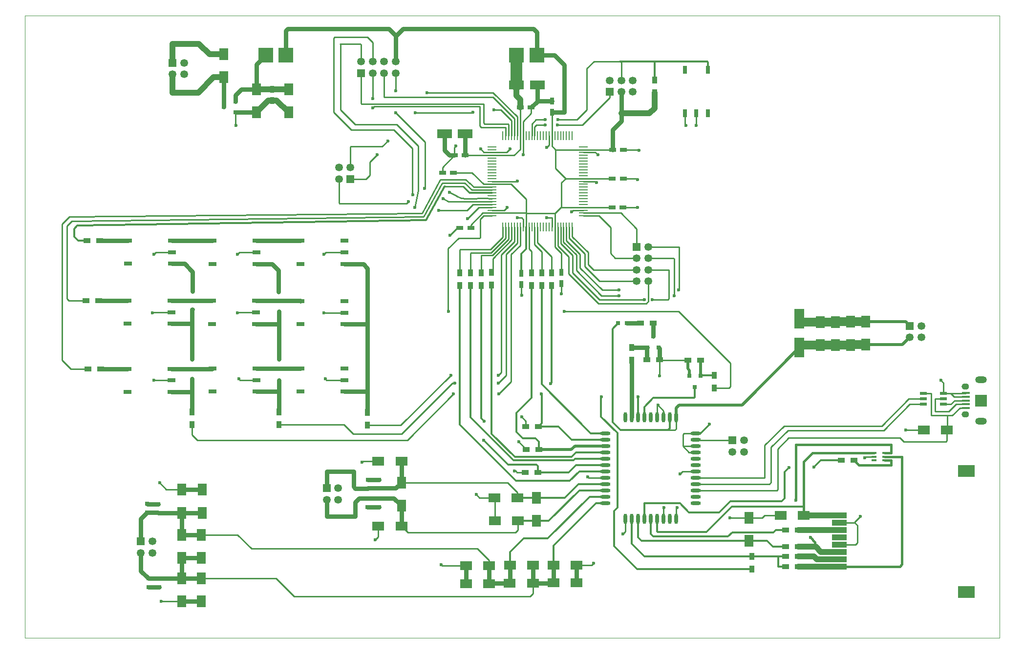
<source format=gbr>
%TF.GenerationSoftware,KiCad,Pcbnew,4.0.2+dfsg1-stable*%
%TF.CreationDate,2018-10-18T10:35:51+03:00*%
%TF.ProjectId,xmobile,786D6F62696C652E6B696361645F7063,rev?*%
%TF.FileFunction,Copper,L1,Top,Signal*%
%FSLAX46Y46*%
G04 Gerber Fmt 4.6, Leading zero omitted, Abs format (unit mm)*
G04 Created by KiCad (PCBNEW 4.0.2+dfsg1-stable) date Чт 18 окт 2018 10:35:51*
%MOMM*%
G01*
G04 APERTURE LIST*
%ADD10C,0.150000*%
%ADD11C,0.100000*%
%ADD12R,2.000000X1.600000*%
%ADD13R,1.600000X2.000000*%
%ADD14R,1.350000X1.350000*%
%ADD15C,1.350000*%
%ADD16R,0.797560X0.797560*%
%ADD17R,0.850000X0.400000*%
%ADD18R,1.800860X3.500120*%
%ADD19R,2.500000X2.500000*%
%ADD20O,2.000000X1.200000*%
%ADD21R,2.000000X2.000000*%
%ADD22R,1.350000X0.400000*%
%ADD23O,1.300000X1.100000*%
%ADD24R,0.800100X0.800100*%
%ADD25R,0.900000X1.200000*%
%ADD26R,1.200000X0.900000*%
%ADD27R,1.250000X0.600000*%
%ADD28O,0.600000X1.800000*%
%ADD29O,1.800000X0.600000*%
%ADD30R,2.500000X1.000000*%
%ADD31R,3.000000X2.000000*%
%ADD32R,0.700000X1.400000*%
%ADD33R,1.400000X0.700000*%
%ADD34R,0.750000X1.200000*%
%ADD35R,2.600960X1.600200*%
%ADD36R,1.500000X0.280000*%
%ADD37R,0.280000X1.500000*%
%ADD38R,1.200000X0.750000*%
%ADD39C,0.600000*%
%ADD40C,0.250000*%
%ADD41C,1.000000*%
%ADD42C,0.500000*%
%ADD43C,1.500000*%
%ADD44C,0.750000*%
%ADD45C,0.300000*%
%ADD46C,0.400000*%
%ADD47C,2.000000*%
G04 APERTURE END LIST*
D10*
D11*
X184150000Y-121920000D02*
X15240000Y-121920000D01*
X184150000Y-13970000D02*
X184150000Y-121920000D01*
X182880000Y-13970000D02*
X184150000Y-13970000D01*
X15240000Y-13970000D02*
X182880000Y-13970000D01*
X15240000Y-121920000D02*
X15240000Y-13970000D01*
D12*
X175050000Y-85800000D03*
X171050000Y-85800000D03*
X91700000Y-112475000D03*
X95700000Y-112475000D03*
X99300000Y-112400000D03*
X103300000Y-112400000D03*
X106875000Y-112350000D03*
X110875000Y-112350000D03*
X91700000Y-109375000D03*
X95700000Y-109375000D03*
X99375000Y-109300000D03*
X103375000Y-109300000D03*
X106875000Y-109275000D03*
X110875000Y-109275000D03*
X96625000Y-97575000D03*
X100625000Y-97575000D03*
D13*
X103925000Y-97575000D03*
X103925000Y-101575000D03*
D12*
X100725000Y-101575000D03*
X96725000Y-101575000D03*
D13*
X45975000Y-96175000D03*
X45975000Y-100175000D03*
X45875000Y-103975000D03*
X45875000Y-107975000D03*
X45875000Y-111525000D03*
X45875000Y-115525000D03*
D12*
X76525000Y-91225000D03*
X80525000Y-91225000D03*
D13*
X80525000Y-94975000D03*
X80525000Y-98975000D03*
D12*
X80525000Y-102475000D03*
X76525000Y-102475000D03*
D13*
X42425000Y-96175000D03*
X42425000Y-100175000D03*
X42475000Y-103975000D03*
X42475000Y-107975000D03*
X42475000Y-111525000D03*
X42475000Y-115525000D03*
X140740000Y-105052000D03*
X140740000Y-101052000D03*
D12*
X150250000Y-100600000D03*
X146250000Y-100600000D03*
D13*
X49775000Y-20625000D03*
X49775000Y-24625000D03*
X153100000Y-67075000D03*
X153100000Y-71075000D03*
X155775000Y-67075000D03*
X155775000Y-71075000D03*
X161020000Y-67005000D03*
X161020000Y-71005000D03*
X158400000Y-67050000D03*
X158400000Y-71050000D03*
X55375000Y-30725000D03*
X55375000Y-26725000D03*
X61025000Y-30725000D03*
X61025000Y-26725000D03*
D14*
X116625000Y-27150000D03*
D15*
X118625000Y-27150000D03*
X120625000Y-27150000D03*
X116625000Y-25150000D03*
X118625000Y-25150000D03*
X120625000Y-25150000D03*
D16*
X119574300Y-67300000D03*
X118075700Y-67300000D03*
X76625000Y-94425700D03*
X76625000Y-95924300D03*
X76625000Y-97675700D03*
X76625000Y-99174300D03*
X38375000Y-98675700D03*
X38375000Y-100174300D03*
X38525000Y-111575700D03*
X38525000Y-113074300D03*
X74715000Y-95934300D03*
X74715000Y-94435700D03*
X74675000Y-99174300D03*
X74675000Y-97675700D03*
X36465000Y-100134300D03*
X36465000Y-98635700D03*
X36665000Y-113074300D03*
X36665000Y-111575700D03*
D17*
X162425000Y-89775000D03*
X162425000Y-90425000D03*
X162425000Y-91075000D03*
X164275000Y-91075000D03*
X164275000Y-90425000D03*
X164275000Y-89775000D03*
D18*
X149475000Y-66525640D03*
X149475000Y-71524360D03*
D19*
X100475000Y-20775000D03*
X103975000Y-20775000D03*
X60525000Y-20775000D03*
X57025000Y-20775000D03*
D20*
X181012000Y-84269000D03*
D21*
X181012000Y-80694000D03*
D20*
X181012000Y-77119000D03*
D22*
X178337000Y-81994000D03*
X178337000Y-81344000D03*
X178337000Y-80694000D03*
X178337000Y-80044000D03*
X178337000Y-79394000D03*
D23*
X178262000Y-83119000D03*
X178262000Y-78269000D03*
D14*
X73525000Y-23925000D03*
D15*
X75525000Y-23925000D03*
X77525000Y-23925000D03*
X79525000Y-23925000D03*
X73525000Y-21925000D03*
X75525000Y-21925000D03*
X77525000Y-21925000D03*
X79525000Y-21925000D03*
D24*
X132345000Y-76384240D03*
X130445000Y-76384240D03*
X131395000Y-78383220D03*
X123185000Y-71515760D03*
X125085000Y-71515760D03*
X124135000Y-69516780D03*
D25*
X134750000Y-76350000D03*
X134750000Y-78550000D03*
D26*
X130150000Y-73725000D03*
X132350000Y-73725000D03*
D25*
X120475000Y-71500000D03*
X120475000Y-73700000D03*
D26*
X123050000Y-73625000D03*
X125250000Y-73625000D03*
X121950000Y-67300000D03*
X124150000Y-67300000D03*
D25*
X124450000Y-25125000D03*
X124450000Y-27325000D03*
X104825000Y-58575000D03*
X104825000Y-60775000D03*
X92500000Y-58525000D03*
X92500000Y-60725000D03*
X90650000Y-58525000D03*
X90650000Y-60725000D03*
D26*
X102075000Y-85200000D03*
X104275000Y-85200000D03*
X102125000Y-89225000D03*
X104325000Y-89225000D03*
X104175000Y-93175000D03*
X101975000Y-93175000D03*
D25*
X106575000Y-58550000D03*
X106575000Y-60750000D03*
X103050000Y-58575000D03*
X103050000Y-60775000D03*
X94375000Y-58525000D03*
X94375000Y-60725000D03*
X96175000Y-58500000D03*
X96175000Y-60700000D03*
X141300000Y-107750000D03*
X141300000Y-109950000D03*
D26*
X149350000Y-106075000D03*
X147150000Y-106075000D03*
X158950000Y-91075000D03*
X156750000Y-91075000D03*
X149325000Y-103125000D03*
X147125000Y-103125000D03*
X28275000Y-52950000D03*
X26075000Y-52950000D03*
X28050000Y-63350000D03*
X25850000Y-63350000D03*
X28375000Y-75200000D03*
X26175000Y-75200000D03*
D25*
X44275000Y-84900000D03*
X44275000Y-82700000D03*
X59300000Y-84900000D03*
X59300000Y-82700000D03*
X74675000Y-84975000D03*
X74675000Y-82775000D03*
D26*
X149350000Y-109475000D03*
X147150000Y-109475000D03*
X149325000Y-107775000D03*
X147125000Y-107775000D03*
D27*
X174450000Y-79450000D03*
X174450000Y-80400000D03*
X174450000Y-81350000D03*
X170950000Y-81350000D03*
X170950000Y-80400000D03*
X170950000Y-79450000D03*
D28*
X123710000Y-83570000D03*
X124820000Y-83620000D03*
X125920000Y-83620000D03*
X127020000Y-83620000D03*
X128120000Y-83620000D03*
X122620000Y-83620000D03*
X121520000Y-83620000D03*
X120420000Y-83620000D03*
X119320000Y-83620000D03*
D29*
X115870000Y-86370000D03*
X115870000Y-87470000D03*
X115870000Y-88570000D03*
X115870000Y-89670000D03*
X115870000Y-90770000D03*
X115870000Y-91870000D03*
X115870000Y-92970000D03*
X115870000Y-94070000D03*
X115870000Y-95170000D03*
X115870000Y-96270000D03*
X115870000Y-97370000D03*
X115870000Y-98470000D03*
D28*
X119320000Y-101220000D03*
X120420000Y-101220000D03*
X121520000Y-101220000D03*
X122620000Y-101220000D03*
X123720000Y-101220000D03*
X124820000Y-101220000D03*
X125920000Y-101220000D03*
X127020000Y-101220000D03*
X128120000Y-101220000D03*
D29*
X131570000Y-98470000D03*
X131570000Y-97370000D03*
X131570000Y-96270000D03*
X131570000Y-95170000D03*
X131570000Y-94070000D03*
X131570000Y-92970000D03*
X131570000Y-91870000D03*
X131570000Y-90770000D03*
X131570000Y-89670000D03*
X131570000Y-88570000D03*
X131570000Y-87470000D03*
X131570000Y-86370000D03*
D30*
X156450000Y-100590000D03*
X156450000Y-101860000D03*
X156450000Y-103130000D03*
X156450000Y-104400000D03*
X156450000Y-105670000D03*
X156450000Y-106940000D03*
X156450000Y-108210000D03*
X156450000Y-109480000D03*
D31*
X178420000Y-92900000D03*
X178420000Y-113900000D03*
D24*
X51775760Y-30725000D03*
X51775760Y-28825000D03*
X49776780Y-29775000D03*
D32*
X133650000Y-30900000D03*
X133650000Y-23300000D03*
X129650000Y-23300000D03*
X129650000Y-30900000D03*
X131650000Y-30900000D03*
D33*
X40750000Y-52975000D03*
X33150000Y-52975000D03*
X33150000Y-56975000D03*
X40750000Y-56975000D03*
X40750000Y-54975000D03*
X40700000Y-63375000D03*
X33100000Y-63375000D03*
X33100000Y-67375000D03*
X40700000Y-67375000D03*
X40700000Y-65375000D03*
X40700000Y-75200000D03*
X33100000Y-75200000D03*
X33100000Y-79200000D03*
X40700000Y-79200000D03*
X40700000Y-77200000D03*
X55375000Y-53000000D03*
X47775000Y-53000000D03*
X47775000Y-57000000D03*
X55375000Y-57000000D03*
X55375000Y-55000000D03*
X55350000Y-63400000D03*
X47750000Y-63400000D03*
X47750000Y-67400000D03*
X55350000Y-67400000D03*
X55350000Y-65400000D03*
X55375000Y-75150000D03*
X47775000Y-75150000D03*
X47775000Y-79150000D03*
X55375000Y-79150000D03*
X55375000Y-77150000D03*
X70650000Y-53000000D03*
X63050000Y-53000000D03*
X63050000Y-57000000D03*
X70650000Y-57000000D03*
X70650000Y-55000000D03*
X70650000Y-63450000D03*
X63050000Y-63450000D03*
X63050000Y-67450000D03*
X70650000Y-67450000D03*
X70650000Y-65450000D03*
X70650000Y-75150000D03*
X63050000Y-75150000D03*
X63050000Y-79150000D03*
X70650000Y-79150000D03*
X70650000Y-77150000D03*
D14*
X71700000Y-42250000D03*
D15*
X71700000Y-40250000D03*
X69700000Y-42250000D03*
X69700000Y-40250000D03*
D34*
X106625000Y-28775000D03*
X106625000Y-30675000D03*
X58125000Y-28625000D03*
X58125000Y-26725000D03*
D35*
X100474140Y-25975000D03*
X104075860Y-25975000D03*
X91600860Y-34375000D03*
X87999140Y-34375000D03*
D14*
X121300000Y-54025000D03*
D15*
X121300000Y-56025000D03*
X121300000Y-58025000D03*
X121300000Y-60025000D03*
X123300000Y-54025000D03*
X123300000Y-56025000D03*
X123300000Y-58025000D03*
X123300000Y-60025000D03*
D36*
X96225000Y-36675000D03*
X96225000Y-37175000D03*
X96225000Y-37675000D03*
X96225000Y-38175000D03*
X96225000Y-38675000D03*
X96225000Y-39175000D03*
X96225000Y-39675000D03*
X96225000Y-40175000D03*
X96225000Y-40675000D03*
X96225000Y-41175000D03*
X96225000Y-41675000D03*
X96225000Y-42175000D03*
X96225000Y-42675000D03*
X96225000Y-43175000D03*
X96225000Y-43675000D03*
X96225000Y-44175000D03*
X96225000Y-44675000D03*
X96225000Y-45175000D03*
X96225000Y-45675000D03*
X96225000Y-46175000D03*
X96225000Y-46675000D03*
X96225000Y-47175000D03*
X96225000Y-47675000D03*
X96225000Y-48175000D03*
X96225000Y-48675000D03*
D37*
X98125000Y-50575000D03*
X98625000Y-50575000D03*
X99125000Y-50575000D03*
X99625000Y-50575000D03*
X100125000Y-50575000D03*
X100625000Y-50575000D03*
X101125000Y-50575000D03*
X101625000Y-50575000D03*
X102125000Y-50575000D03*
X102625000Y-50575000D03*
X103125000Y-50575000D03*
X103625000Y-50575000D03*
X104125000Y-50575000D03*
X104625000Y-50575000D03*
X105125000Y-50575000D03*
X105625000Y-50575000D03*
X106125000Y-50575000D03*
X106625000Y-50575000D03*
X107125000Y-50575000D03*
X107625000Y-50575000D03*
X108125000Y-50575000D03*
X108625000Y-50575000D03*
X109125000Y-50575000D03*
X109625000Y-50575000D03*
X110125000Y-50575000D03*
D36*
X112025000Y-48675000D03*
X112025000Y-48175000D03*
X112025000Y-47675000D03*
X112025000Y-47175000D03*
X112025000Y-46675000D03*
X112025000Y-46175000D03*
X112025000Y-45675000D03*
X112025000Y-45175000D03*
X112025000Y-44675000D03*
X112025000Y-44175000D03*
X112025000Y-43675000D03*
X112025000Y-43175000D03*
X112025000Y-42675000D03*
X112025000Y-42175000D03*
X112025000Y-41675000D03*
X112025000Y-41175000D03*
X112025000Y-40675000D03*
X112025000Y-40175000D03*
X112025000Y-39675000D03*
X112025000Y-39175000D03*
X112025000Y-38675000D03*
X112025000Y-38175000D03*
X112025000Y-37675000D03*
X112025000Y-37175000D03*
X112025000Y-36675000D03*
D37*
X110125000Y-34775000D03*
X109625000Y-34775000D03*
X109125000Y-34775000D03*
X108625000Y-34775000D03*
X108125000Y-34775000D03*
X107625000Y-34775000D03*
X107125000Y-34775000D03*
X106625000Y-34775000D03*
X106125000Y-34775000D03*
X105625000Y-34775000D03*
X105125000Y-34775000D03*
X104625000Y-34775000D03*
X104125000Y-34775000D03*
X103625000Y-34775000D03*
X103125000Y-34775000D03*
X102625000Y-34775000D03*
X102125000Y-34775000D03*
X101625000Y-34775000D03*
X101125000Y-34775000D03*
X100625000Y-34775000D03*
X100125000Y-34775000D03*
X99625000Y-34775000D03*
X99125000Y-34775000D03*
X98625000Y-34775000D03*
X98125000Y-34775000D03*
D34*
X101275000Y-60550000D03*
X101275000Y-58650000D03*
D38*
X118975000Y-42175000D03*
X117075000Y-42175000D03*
X119000000Y-37175000D03*
X117100000Y-37175000D03*
X87650000Y-41200000D03*
X89550000Y-41200000D03*
X118950000Y-47175000D03*
X117050000Y-47175000D03*
D34*
X108250000Y-60400000D03*
X108250000Y-58500000D03*
D38*
X90650000Y-50750000D03*
X92550000Y-50750000D03*
X103025000Y-29850000D03*
X101125000Y-29850000D03*
X91600000Y-38175000D03*
X89700000Y-38175000D03*
D14*
X67575000Y-95925000D03*
D15*
X67575000Y-97925000D03*
X69575000Y-95925000D03*
X69575000Y-97925000D03*
D14*
X35375000Y-105125000D03*
D15*
X35375000Y-107125000D03*
X37375000Y-105125000D03*
X37375000Y-107125000D03*
D14*
X137875000Y-87600000D03*
D15*
X137875000Y-89600000D03*
X139875000Y-87600000D03*
X139875000Y-89600000D03*
D14*
X168640000Y-67735000D03*
D15*
X168640000Y-69735000D03*
X170640000Y-67735000D03*
X170640000Y-69735000D03*
D14*
X40850000Y-22100000D03*
D15*
X40850000Y-24100000D03*
X42850000Y-22100000D03*
X42850000Y-24100000D03*
D39*
X125984000Y-99314000D03*
X105664000Y-36830000D03*
X73660000Y-91440000D03*
X100838000Y-87884000D03*
X101346000Y-83566000D03*
X88900000Y-52070000D03*
X108204000Y-62230000D03*
X101346000Y-62484000D03*
X51816000Y-33020000D03*
X173990000Y-77216000D03*
X160020000Y-100838000D03*
X137414000Y-101092000D03*
X128270000Y-99314000D03*
X128778000Y-93472000D03*
X113792000Y-108966000D03*
X118872000Y-103886000D03*
X112776000Y-93980000D03*
X93472000Y-97028000D03*
X100076000Y-92964000D03*
X75946000Y-104902000D03*
X87376000Y-109220000D03*
X38862000Y-115570000D03*
X38608000Y-94996000D03*
X67056000Y-55372000D03*
X67056000Y-65532000D03*
X67310000Y-76962000D03*
X52070000Y-55372000D03*
X52070000Y-65532000D03*
X52324000Y-76962000D03*
X37592000Y-55372000D03*
X37592000Y-77216000D03*
X37338000Y-65532000D03*
X133858000Y-84836000D03*
X89916000Y-36576000D03*
X94234000Y-37084000D03*
X101600000Y-38100000D03*
X99314000Y-37084000D03*
X100584000Y-42672000D03*
X98806000Y-47244000D03*
X100584000Y-49022000D03*
X105664000Y-49022000D03*
X109982000Y-48006000D03*
X125222000Y-76454000D03*
X124968000Y-81534000D03*
X160782000Y-90678000D03*
X167894000Y-85852000D03*
X114300000Y-42926000D03*
X114554000Y-38100000D03*
X129794000Y-33020000D03*
X131572000Y-33020000D03*
X121666000Y-37338000D03*
X121412000Y-42418000D03*
X121412000Y-47244000D03*
X105450000Y-32900000D03*
X107600000Y-32900000D03*
X105450000Y-31950000D03*
X107675000Y-32000000D03*
X151425000Y-104450000D03*
X148900000Y-97975000D03*
X88825000Y-44600000D03*
X84575000Y-43875000D03*
X79525000Y-30775000D03*
X79525000Y-26950000D03*
X82475000Y-45025000D03*
X87750000Y-45650000D03*
X81750000Y-46175000D03*
X87025000Y-47750000D03*
X91950000Y-49175000D03*
X82825000Y-47175000D03*
X88675000Y-65275000D03*
X108750000Y-65250000D03*
X97300000Y-76300000D03*
X89100000Y-76300000D03*
X97350000Y-77700000D03*
X89750000Y-77700000D03*
X97400000Y-79550000D03*
X89550000Y-79550000D03*
X76325000Y-38050000D03*
X84925000Y-27275000D03*
X78175000Y-35650000D03*
X82950000Y-30750000D03*
X92925000Y-30650000D03*
X96525000Y-30275000D03*
X75550000Y-28350000D03*
X75550000Y-29925000D03*
X104775000Y-79550000D03*
X106375000Y-77800000D03*
X94825000Y-87625000D03*
X94875000Y-84275000D03*
X121500000Y-80050000D03*
X115150000Y-80050000D03*
X147700000Y-92300000D03*
X152000000Y-92250000D03*
X44275000Y-76950000D03*
X44275000Y-73575000D03*
X44325000Y-64875000D03*
X44325000Y-61750000D03*
X59300000Y-77175000D03*
X59300000Y-73575000D03*
X59300000Y-65225000D03*
X59250000Y-61875000D03*
X128575000Y-61550000D03*
X118250000Y-61550000D03*
X127825000Y-62550000D03*
X118250000Y-62500000D03*
X124000000Y-63200000D03*
X122600000Y-63200000D03*
D40*
X175050000Y-85800000D02*
X175050000Y-87650000D01*
X145580000Y-96270000D02*
X131570000Y-96270000D01*
X145750000Y-96100000D02*
X145580000Y-96270000D01*
X145750000Y-89100000D02*
X145750000Y-96100000D01*
X147650000Y-87200000D02*
X145750000Y-89100000D01*
X166950000Y-87200000D02*
X147650000Y-87200000D01*
X167600000Y-87850000D02*
X166950000Y-87200000D01*
X174850000Y-87850000D02*
X167600000Y-87850000D01*
X175050000Y-87650000D02*
X174850000Y-87850000D01*
X175100000Y-83300000D02*
X175100000Y-85750000D01*
X175100000Y-85750000D02*
X175050000Y-85800000D01*
X170950000Y-79450000D02*
X172350000Y-79450000D01*
X177306000Y-81994000D02*
X178337000Y-81994000D01*
X176000000Y-83300000D02*
X177306000Y-81994000D01*
X172350000Y-83300000D02*
X175100000Y-83300000D01*
X175100000Y-83300000D02*
X176000000Y-83300000D01*
X172350000Y-79450000D02*
X172350000Y-83300000D01*
X125920000Y-101220000D02*
X125920000Y-99378000D01*
X125920000Y-99378000D02*
X125984000Y-99314000D01*
X131570000Y-88570000D02*
X129286000Y-88570000D01*
X129286000Y-88570000D02*
X129286000Y-88392000D01*
X131570000Y-89670000D02*
X130310000Y-89670000D01*
X129530000Y-86370000D02*
X131570000Y-86370000D01*
X129286000Y-86614000D02*
X129530000Y-86370000D01*
X129286000Y-88646000D02*
X129286000Y-88392000D01*
X129286000Y-88392000D02*
X129286000Y-86614000D01*
X130310000Y-89670000D02*
X129286000Y-88646000D01*
X106125000Y-34775000D02*
X106125000Y-36369000D01*
X106125000Y-36369000D02*
X105664000Y-36830000D01*
X76525000Y-91225000D02*
X73875000Y-91225000D01*
X73875000Y-91225000D02*
X73660000Y-91440000D01*
X102125000Y-89225000D02*
X102125000Y-89171000D01*
X102125000Y-89171000D02*
X100838000Y-87884000D01*
X102075000Y-85200000D02*
X102075000Y-84295000D01*
X102075000Y-84295000D02*
X101346000Y-83566000D01*
X90650000Y-50750000D02*
X90220000Y-50750000D01*
X90220000Y-50750000D02*
X88900000Y-52070000D01*
X101275000Y-60550000D02*
X101275000Y-62413000D01*
X108250000Y-62184000D02*
X108250000Y-60400000D01*
X108204000Y-62230000D02*
X108250000Y-62184000D01*
X101275000Y-62413000D02*
X101346000Y-62484000D01*
X51775760Y-30725000D02*
X51775760Y-32979760D01*
X51775760Y-32979760D02*
X51816000Y-33020000D01*
X174450000Y-79450000D02*
X174450000Y-77676000D01*
X174450000Y-77676000D02*
X173990000Y-77216000D01*
X159004000Y-101860000D02*
X159004000Y-101854000D01*
X159004000Y-101854000D02*
X160020000Y-100838000D01*
X156450000Y-105670000D02*
X159252000Y-105670000D01*
X159010000Y-101860000D02*
X159004000Y-101860000D01*
X159004000Y-101860000D02*
X156450000Y-101860000D01*
X159512000Y-102362000D02*
X159010000Y-101860000D01*
X159512000Y-105410000D02*
X159512000Y-102362000D01*
X159252000Y-105670000D02*
X159512000Y-105410000D01*
X140740000Y-101052000D02*
X143042000Y-101052000D01*
X143494000Y-100600000D02*
X146250000Y-100600000D01*
X143042000Y-101052000D02*
X143494000Y-100600000D01*
X140740000Y-101052000D02*
X137454000Y-101052000D01*
X137454000Y-101052000D02*
X137414000Y-101092000D01*
X131570000Y-92970000D02*
X129280000Y-92970000D01*
X128120000Y-99464000D02*
X128120000Y-101220000D01*
X128270000Y-99314000D02*
X128120000Y-99464000D01*
X129280000Y-92970000D02*
X128778000Y-93472000D01*
X119320000Y-101220000D02*
X119320000Y-103438000D01*
X113483000Y-109275000D02*
X110875000Y-109275000D01*
X113792000Y-108966000D02*
X113483000Y-109275000D01*
X119320000Y-103438000D02*
X118872000Y-103886000D01*
X115870000Y-94070000D02*
X112866000Y-94070000D01*
X112866000Y-94070000D02*
X112776000Y-93980000D01*
X101975000Y-93175000D02*
X100541000Y-93175000D01*
X94019000Y-97575000D02*
X96625000Y-97575000D01*
X93472000Y-97028000D02*
X94019000Y-97575000D01*
X100330000Y-92964000D02*
X100076000Y-92964000D01*
X100541000Y-93175000D02*
X100330000Y-92964000D01*
X91700000Y-109375000D02*
X87531000Y-109375000D01*
X76525000Y-104323000D02*
X76525000Y-102475000D01*
X75946000Y-104902000D02*
X76525000Y-104323000D01*
X87531000Y-109375000D02*
X87376000Y-109220000D01*
X96725000Y-101575000D02*
X96725000Y-97675000D01*
X96725000Y-97675000D02*
X96625000Y-97575000D01*
X42475000Y-115525000D02*
X38907000Y-115525000D01*
X38907000Y-115525000D02*
X38862000Y-115570000D01*
X42425000Y-96175000D02*
X39787000Y-96175000D01*
X39787000Y-96175000D02*
X38608000Y-94996000D01*
X70650000Y-55000000D02*
X67428000Y-55000000D01*
X67428000Y-55000000D02*
X67056000Y-55372000D01*
X70650000Y-77150000D02*
X67498000Y-77150000D01*
X67138000Y-65450000D02*
X70650000Y-65450000D01*
X67056000Y-65532000D02*
X67138000Y-65450000D01*
X67498000Y-77150000D02*
X67310000Y-76962000D01*
X55375000Y-55000000D02*
X52442000Y-55000000D01*
X52442000Y-55000000D02*
X52070000Y-55372000D01*
X55375000Y-77150000D02*
X52512000Y-77150000D01*
X52202000Y-65400000D02*
X55350000Y-65400000D01*
X52070000Y-65532000D02*
X52202000Y-65400000D01*
X52512000Y-77150000D02*
X52324000Y-76962000D01*
X40750000Y-54975000D02*
X37989000Y-54975000D01*
X37989000Y-54975000D02*
X37592000Y-55372000D01*
X40700000Y-77200000D02*
X37608000Y-77200000D01*
X37608000Y-77200000D02*
X37592000Y-77216000D01*
X37495000Y-65375000D02*
X40700000Y-65375000D01*
X37338000Y-65532000D02*
X37495000Y-65375000D01*
X131570000Y-86370000D02*
X132324000Y-86370000D01*
X132324000Y-86370000D02*
X133858000Y-84836000D01*
X125920000Y-83620000D02*
X125920000Y-82486000D01*
X125920000Y-82486000D02*
X124968000Y-81534000D01*
X96225000Y-37675000D02*
X94825000Y-37675000D01*
X89700000Y-36792000D02*
X89700000Y-38175000D01*
X89916000Y-36576000D02*
X89700000Y-36792000D01*
X94825000Y-37675000D02*
X94234000Y-37084000D01*
X87650000Y-41200000D02*
X87650000Y-40225000D01*
X87650000Y-40225000D02*
X89700000Y-38175000D01*
X101625000Y-34775000D02*
X101625000Y-38075000D01*
X101625000Y-38075000D02*
X101600000Y-38100000D01*
X96225000Y-37675000D02*
X98723000Y-37675000D01*
X98723000Y-37675000D02*
X99314000Y-37084000D01*
X96225000Y-42675000D02*
X100581000Y-42675000D01*
X100581000Y-42675000D02*
X100584000Y-42672000D01*
X101625000Y-50575000D02*
X101625000Y-49301000D01*
X98375000Y-47675000D02*
X96225000Y-47675000D01*
X98806000Y-47244000D02*
X98375000Y-47675000D01*
X101346000Y-49022000D02*
X100584000Y-49022000D01*
X101625000Y-49301000D02*
X101346000Y-49022000D01*
X106625000Y-50575000D02*
X106625000Y-48967000D01*
X106570000Y-49022000D02*
X105664000Y-49022000D01*
X106625000Y-48967000D02*
X106570000Y-49022000D01*
X112025000Y-47675000D02*
X110313000Y-47675000D01*
X110313000Y-47675000D02*
X109982000Y-48006000D01*
X130150000Y-73725000D02*
X125350000Y-73725000D01*
X125350000Y-73725000D02*
X125222000Y-73853000D01*
X125222000Y-73853000D02*
X125222000Y-76454000D01*
X124968000Y-81534000D02*
X124820000Y-81682000D01*
X124820000Y-81682000D02*
X124820000Y-83620000D01*
X162425000Y-90425000D02*
X161035000Y-90425000D01*
X161035000Y-90425000D02*
X160782000Y-90678000D01*
X167946000Y-85800000D02*
X171050000Y-85800000D01*
X167894000Y-85852000D02*
X167946000Y-85800000D01*
X112025000Y-37675000D02*
X114129000Y-37675000D01*
X114049000Y-42675000D02*
X114300000Y-42926000D01*
X114049000Y-42675000D02*
X112025000Y-42675000D01*
X114129000Y-37675000D02*
X114554000Y-38100000D01*
X129650000Y-30900000D02*
X129650000Y-32876000D01*
X129650000Y-32876000D02*
X129794000Y-33020000D01*
X131650000Y-30900000D02*
X131650000Y-32942000D01*
X131650000Y-32942000D02*
X131572000Y-33020000D01*
X119000000Y-37175000D02*
X121503000Y-37175000D01*
X121503000Y-37175000D02*
X121666000Y-37338000D01*
X118975000Y-42175000D02*
X121169000Y-42175000D01*
X121169000Y-42175000D02*
X121412000Y-42418000D01*
X118950000Y-47175000D02*
X121343000Y-47175000D01*
X121343000Y-47175000D02*
X121412000Y-47244000D01*
D41*
X40850000Y-22100000D02*
X40850000Y-18825000D01*
X47250000Y-20625000D02*
X49775000Y-20625000D01*
X45425000Y-18800000D02*
X47250000Y-20625000D01*
X40875000Y-18800000D02*
X45425000Y-18800000D01*
X40850000Y-18825000D02*
X40875000Y-18800000D01*
D42*
X161020000Y-67005000D02*
X167910000Y-67005000D01*
X167910000Y-67005000D02*
X168640000Y-67735000D01*
D43*
X153100000Y-67075000D02*
X150024360Y-67075000D01*
X150024360Y-67075000D02*
X149475000Y-66525640D01*
X155775000Y-67075000D02*
X153100000Y-67075000D01*
X158400000Y-67050000D02*
X155800000Y-67050000D01*
X155800000Y-67050000D02*
X155775000Y-67075000D01*
X161020000Y-67005000D02*
X158445000Y-67005000D01*
X158445000Y-67005000D02*
X158400000Y-67050000D01*
D44*
X125250000Y-73625000D02*
X125250000Y-71680760D01*
X125250000Y-71680760D02*
X125085000Y-71515760D01*
X51775760Y-30725000D02*
X55375000Y-30725000D01*
X91700000Y-112475000D02*
X91700000Y-109375000D01*
X110875000Y-109275000D02*
X110875000Y-112350000D01*
X42475000Y-115525000D02*
X45875000Y-115525000D01*
X42425000Y-96175000D02*
X45975000Y-96175000D01*
D40*
X178337000Y-80044000D02*
X176344000Y-80044000D01*
X176344000Y-80044000D02*
X175750000Y-79450000D01*
X174450000Y-79450000D02*
X175750000Y-79450000D01*
X175750000Y-79450000D02*
X178281000Y-79450000D01*
X178281000Y-79450000D02*
X178337000Y-79394000D01*
X101625000Y-34775000D02*
X101625000Y-32275000D01*
X103025000Y-30875000D02*
X103025000Y-29850000D01*
X101625000Y-32275000D02*
X103025000Y-30875000D01*
D44*
X106625000Y-28775000D02*
X104075860Y-28775000D01*
X104075860Y-28775000D02*
X104075860Y-28799140D01*
X89700000Y-38175000D02*
X88875000Y-38175000D01*
X88875000Y-38175000D02*
X87999140Y-37299140D01*
X87999140Y-37299140D02*
X87999140Y-34375000D01*
X104075860Y-25975000D02*
X104075860Y-28799140D01*
X104075860Y-28799140D02*
X103025000Y-29850000D01*
D41*
X58125000Y-28625000D02*
X58925000Y-28625000D01*
X58925000Y-28625000D02*
X61025000Y-30725000D01*
X58125000Y-28625000D02*
X57475000Y-28625000D01*
X57475000Y-28625000D02*
X55375000Y-30725000D01*
D42*
X130445000Y-76384240D02*
X130445000Y-75445000D01*
X130150000Y-75150000D02*
X130150000Y-73725000D01*
X130445000Y-75445000D02*
X130150000Y-75150000D01*
D40*
X95700000Y-109375000D02*
X95700000Y-108425000D01*
X52125000Y-103975000D02*
X45875000Y-103975000D01*
X54575000Y-106425000D02*
X52125000Y-103975000D01*
X93700000Y-106425000D02*
X54575000Y-106425000D01*
X95700000Y-108425000D02*
X93700000Y-106425000D01*
D45*
X99375000Y-109300000D02*
X99375000Y-106975000D01*
X113130000Y-97370000D02*
X115870000Y-97370000D01*
X105900000Y-104600000D02*
X113130000Y-97370000D01*
X101750000Y-104600000D02*
X105900000Y-104600000D01*
X99375000Y-106975000D02*
X101750000Y-104600000D01*
D44*
X99375000Y-109300000D02*
X99375000Y-112325000D01*
X99375000Y-112325000D02*
X99300000Y-112400000D01*
X99300000Y-112400000D02*
X95775000Y-112400000D01*
X95775000Y-112400000D02*
X95700000Y-112475000D01*
X95700000Y-112475000D02*
X95700000Y-109375000D01*
X35375000Y-105125000D02*
X35375000Y-101224300D01*
X35375000Y-101224300D02*
X36465000Y-100134300D01*
X36465000Y-100134300D02*
X38335000Y-100134300D01*
X38335000Y-100134300D02*
X38375000Y-100174300D01*
X38375000Y-100174300D02*
X42424300Y-100174300D01*
X42424300Y-100174300D02*
X42425000Y-100175000D01*
X42425000Y-100175000D02*
X42425000Y-103925000D01*
X42425000Y-103925000D02*
X42475000Y-103975000D01*
X42475000Y-103975000D02*
X45875000Y-103975000D01*
X42425000Y-100175000D02*
X45975000Y-100175000D01*
X99300000Y-109375000D02*
X99375000Y-109300000D01*
D40*
X103300000Y-112400000D02*
X103300000Y-114200000D01*
X58825000Y-111525000D02*
X45875000Y-111525000D01*
X61975000Y-114675000D02*
X58825000Y-111525000D01*
X102825000Y-114675000D02*
X61975000Y-114675000D01*
X103300000Y-114200000D02*
X102825000Y-114675000D01*
D45*
X106875000Y-109275000D02*
X106875000Y-105875000D01*
X114280000Y-98470000D02*
X115870000Y-98470000D01*
X106875000Y-105875000D02*
X114280000Y-98470000D01*
D44*
X103300000Y-112400000D02*
X103300000Y-109375000D01*
X103300000Y-109375000D02*
X103375000Y-109300000D01*
X103300000Y-112400000D02*
X106825000Y-112400000D01*
X106825000Y-112400000D02*
X106875000Y-112350000D01*
X103375000Y-112325000D02*
X103300000Y-112400000D01*
X106875000Y-112350000D02*
X106875000Y-109275000D01*
X42475000Y-107975000D02*
X42475000Y-111525000D01*
X38525000Y-111575700D02*
X42424300Y-111575700D01*
X42424300Y-111575700D02*
X42475000Y-111525000D01*
X42475000Y-107975000D02*
X45875000Y-107975000D01*
X42475000Y-111525000D02*
X45875000Y-111525000D01*
X35375000Y-107125000D02*
X35375000Y-110285700D01*
X35375000Y-110285700D02*
X36665000Y-111575700D01*
X36665000Y-111575700D02*
X38525000Y-111575700D01*
D40*
X100625000Y-97575000D02*
X100625000Y-96625000D01*
X98975000Y-94975000D02*
X80525000Y-94975000D01*
X100625000Y-96625000D02*
X98975000Y-94975000D01*
D45*
X100625000Y-97575000D02*
X103925000Y-97575000D01*
X115870000Y-95170000D02*
X111230000Y-95170000D01*
X108825000Y-97575000D02*
X103925000Y-97575000D01*
X111230000Y-95170000D02*
X108825000Y-97575000D01*
D44*
X67575000Y-95925000D02*
X67575000Y-92975000D01*
X72534300Y-95934300D02*
X74715000Y-95934300D01*
X72225000Y-95625000D02*
X72534300Y-95934300D01*
X72225000Y-92975000D02*
X72225000Y-95625000D01*
X67575000Y-92975000D02*
X72225000Y-92975000D01*
X76625000Y-95924300D02*
X79575700Y-95924300D01*
X79575700Y-95924300D02*
X80525000Y-94975000D01*
X76625000Y-95924300D02*
X74725000Y-95924300D01*
X74725000Y-95924300D02*
X74715000Y-95934300D01*
X80525000Y-94975000D02*
X80525000Y-91225000D01*
D40*
X100725000Y-101575000D02*
X100725000Y-103175000D01*
X81650000Y-103600000D02*
X80525000Y-102475000D01*
X100300000Y-103600000D02*
X81650000Y-103600000D01*
X100725000Y-103175000D02*
X100300000Y-103600000D01*
D45*
X100725000Y-101575000D02*
X103925000Y-101575000D01*
X115870000Y-96270000D02*
X111380000Y-96270000D01*
X106075000Y-101575000D02*
X103925000Y-101575000D01*
X111380000Y-96270000D02*
X106075000Y-101575000D01*
D44*
X67575000Y-97925000D02*
X67575000Y-100825000D01*
X73174300Y-97675700D02*
X74675000Y-97675700D01*
X72475000Y-98375000D02*
X73174300Y-97675700D01*
X72475000Y-100825000D02*
X72475000Y-98375000D01*
X67575000Y-100825000D02*
X72475000Y-100825000D01*
X76625000Y-97675700D02*
X79225700Y-97675700D01*
X79225700Y-97675700D02*
X80525000Y-98975000D01*
X74675000Y-97675700D02*
X76625000Y-97675700D01*
X80525000Y-98975000D02*
X80525000Y-102475000D01*
D45*
X147150000Y-106075000D02*
X144925000Y-106075000D01*
X143902000Y-105052000D02*
X140740000Y-105052000D01*
X144925000Y-106075000D02*
X143902000Y-105052000D01*
X140740000Y-105052000D02*
X122102000Y-105052000D01*
X121520000Y-104470000D02*
X121520000Y-101220000D01*
X122102000Y-105052000D02*
X121520000Y-104470000D01*
X150250000Y-99100000D02*
X137800000Y-99100000D01*
X124820000Y-103420000D02*
X124820000Y-101220000D01*
X124900000Y-103500000D02*
X124820000Y-103420000D01*
X133400000Y-103500000D02*
X124900000Y-103500000D01*
X137800000Y-99100000D02*
X133400000Y-103500000D01*
D41*
X156450000Y-100590000D02*
X150260000Y-100590000D01*
X150260000Y-100590000D02*
X150250000Y-100600000D01*
D46*
X162425000Y-89775000D02*
X151750000Y-89775000D01*
X150250000Y-91275000D02*
X150250000Y-99100000D01*
X150250000Y-99100000D02*
X150250000Y-100600000D01*
X151750000Y-89775000D02*
X150250000Y-91275000D01*
D41*
X40850000Y-24100000D02*
X40850000Y-27250000D01*
X47950000Y-24625000D02*
X49775000Y-24625000D01*
X45300000Y-27275000D02*
X47950000Y-24625000D01*
X40875000Y-27275000D02*
X45300000Y-27275000D01*
X40850000Y-27250000D02*
X40875000Y-27275000D01*
D40*
X126700000Y-85850000D02*
X127900000Y-85850000D01*
X128120000Y-85630000D02*
X128120000Y-83620000D01*
X127900000Y-85850000D02*
X128120000Y-85630000D01*
D42*
X161020000Y-71005000D02*
X167370000Y-71005000D01*
X167370000Y-71005000D02*
X168640000Y-69735000D01*
X128120000Y-83620000D02*
X128120000Y-81980000D01*
X128120000Y-81980000D02*
X128650000Y-81450000D01*
X128650000Y-81450000D02*
X139549360Y-81450000D01*
X139549360Y-81450000D02*
X149475000Y-71524360D01*
D43*
X153100000Y-71075000D02*
X149924360Y-71075000D01*
X149924360Y-71075000D02*
X149475000Y-71524360D01*
X155775000Y-71075000D02*
X153100000Y-71075000D01*
X158400000Y-71050000D02*
X155800000Y-71050000D01*
X155800000Y-71050000D02*
X155775000Y-71075000D01*
X161020000Y-71005000D02*
X158445000Y-71005000D01*
X158445000Y-71005000D02*
X158400000Y-71050000D01*
D45*
X127020000Y-83620000D02*
X127020000Y-85530000D01*
X117100000Y-68275700D02*
X118075700Y-67300000D01*
X117100000Y-84450000D02*
X117100000Y-68275700D01*
X118500000Y-85850000D02*
X117100000Y-84450000D01*
X126700000Y-85850000D02*
X118500000Y-85850000D01*
X127020000Y-85530000D02*
X126700000Y-85850000D01*
D44*
X49776780Y-29775000D02*
X49776780Y-24626780D01*
X49776780Y-24626780D02*
X49775000Y-24625000D01*
X55375000Y-26725000D02*
X55375000Y-22425000D01*
X55375000Y-22425000D02*
X57025000Y-20775000D01*
X51775760Y-28825000D02*
X51775760Y-27724240D01*
X52775000Y-26725000D02*
X55375000Y-26725000D01*
X51775760Y-27724240D02*
X52775000Y-26725000D01*
D41*
X55375000Y-26725000D02*
X58125000Y-26725000D01*
X58125000Y-26725000D02*
X61025000Y-26725000D01*
D40*
X116625000Y-27150000D02*
X116625000Y-28175000D01*
X103625000Y-33200000D02*
X103625000Y-34775000D01*
X103925000Y-32900000D02*
X103625000Y-33200000D01*
X105450000Y-32900000D02*
X103925000Y-32900000D01*
X111900000Y-32900000D02*
X107600000Y-32900000D01*
X116625000Y-28175000D02*
X111900000Y-32900000D01*
D41*
X124450000Y-27325000D02*
X124450000Y-29975000D01*
X123525000Y-30900000D02*
X118625000Y-30900000D01*
X124450000Y-29975000D02*
X123525000Y-30900000D01*
D40*
X107125000Y-48225000D02*
X102175000Y-48225000D01*
X102175000Y-48225000D02*
X102125000Y-48175000D01*
X108250000Y-47175000D02*
X108250000Y-42900000D01*
X108250000Y-42900000D02*
X108975000Y-42175000D01*
X112025000Y-42175000D02*
X108975000Y-42175000D01*
X107250000Y-40450000D02*
X107250000Y-37175000D01*
X108975000Y-42175000D02*
X107250000Y-40450000D01*
X112025000Y-37175000D02*
X107250000Y-37175000D01*
X106625000Y-36550000D02*
X106625000Y-34775000D01*
X107250000Y-37175000D02*
X106625000Y-36550000D01*
X96225000Y-48175000D02*
X102125000Y-48175000D01*
X102125000Y-48175000D02*
X102050000Y-48175000D01*
X102050000Y-48175000D02*
X102125000Y-48175000D01*
X102125000Y-50575000D02*
X102125000Y-48175000D01*
X102125000Y-48175000D02*
X102125000Y-45775000D01*
X99525000Y-43175000D02*
X96225000Y-43175000D01*
X102125000Y-45775000D02*
X99525000Y-43175000D01*
X112025000Y-47175000D02*
X108250000Y-47175000D01*
X108250000Y-47175000D02*
X108175000Y-47175000D01*
X107125000Y-48225000D02*
X107125000Y-50575000D01*
X108175000Y-47175000D02*
X107125000Y-48225000D01*
D44*
X79525000Y-17725000D02*
X79525000Y-17375000D01*
X60525000Y-16525000D02*
X60525000Y-20775000D01*
X60800000Y-16250000D02*
X60525000Y-16525000D01*
X78400000Y-16250000D02*
X60800000Y-16250000D01*
X79525000Y-17375000D02*
X78400000Y-16250000D01*
X79525000Y-21925000D02*
X79525000Y-17725000D01*
X79525000Y-17725000D02*
X79525000Y-17525000D01*
X103975000Y-16775000D02*
X103975000Y-20775000D01*
X103450000Y-16250000D02*
X103975000Y-16775000D01*
X80800000Y-16250000D02*
X103450000Y-16250000D01*
X79525000Y-17525000D02*
X80800000Y-16250000D01*
D40*
X96225000Y-43175000D02*
X94750000Y-43175000D01*
X94750000Y-43175000D02*
X92775000Y-41200000D01*
X92775000Y-41200000D02*
X89550000Y-41200000D01*
X96225000Y-48175000D02*
X94600000Y-48175000D01*
X92550000Y-50225000D02*
X92550000Y-50750000D01*
X94600000Y-48175000D02*
X92550000Y-50225000D01*
D44*
X118625000Y-27150000D02*
X118625000Y-30900000D01*
X118625000Y-30900000D02*
X118625000Y-32250000D01*
X117100000Y-33775000D02*
X117100000Y-37175000D01*
X118625000Y-32250000D02*
X117100000Y-33775000D01*
D40*
X107125000Y-50575000D02*
X107125000Y-54050000D01*
X107125000Y-54050000D02*
X108250000Y-55175000D01*
X108250000Y-55175000D02*
X108250000Y-58500000D01*
D45*
X102125000Y-50575000D02*
X102125000Y-54400000D01*
X101275000Y-55250000D02*
X101275000Y-58650000D01*
X102125000Y-54400000D02*
X101275000Y-55250000D01*
D44*
X103975000Y-20775000D02*
X107075000Y-20775000D01*
X108775000Y-30675000D02*
X106625000Y-30675000D01*
X108775000Y-22475000D02*
X108775000Y-30675000D01*
X107075000Y-20775000D02*
X108775000Y-22475000D01*
D40*
X106625000Y-34775000D02*
X106625000Y-30675000D01*
X112025000Y-37175000D02*
X117100000Y-37175000D01*
X112025000Y-42175000D02*
X117075000Y-42175000D01*
X112025000Y-47175000D02*
X117050000Y-47175000D01*
X101225000Y-58600000D02*
X101275000Y-58650000D01*
D45*
X133650000Y-23300000D02*
X133650000Y-22050000D01*
X133525000Y-21925000D02*
X124450000Y-21925000D01*
X133650000Y-22050000D02*
X133525000Y-21925000D01*
X124450000Y-25125000D02*
X124450000Y-21925000D01*
X124375000Y-21850000D02*
X118425000Y-21850000D01*
X124450000Y-21925000D02*
X124375000Y-21850000D01*
D40*
X118625000Y-25150000D02*
X118625000Y-22050000D01*
X103125000Y-32700000D02*
X103125000Y-34775000D01*
X103875000Y-31950000D02*
X103125000Y-32700000D01*
X105450000Y-31950000D02*
X103875000Y-31950000D01*
X110925000Y-32000000D02*
X107675000Y-32000000D01*
X112675000Y-30250000D02*
X110925000Y-32000000D01*
X112675000Y-23075000D02*
X112675000Y-30250000D01*
X113900000Y-21850000D02*
X112675000Y-23075000D01*
X118425000Y-21850000D02*
X113900000Y-21850000D01*
X118625000Y-22050000D02*
X118425000Y-21850000D01*
D44*
X121950000Y-67300000D02*
X119574300Y-67300000D01*
X74715000Y-94435700D02*
X76615000Y-94435700D01*
X76615000Y-94435700D02*
X76625000Y-94425700D01*
X74675000Y-99174300D02*
X76625000Y-99174300D01*
X38375000Y-98675700D02*
X36505000Y-98675700D01*
X36505000Y-98675700D02*
X36465000Y-98635700D01*
X36665000Y-113074300D02*
X38525000Y-113074300D01*
D46*
X164275000Y-91075000D02*
X165425000Y-91075000D01*
X159775000Y-91900000D02*
X158950000Y-91075000D01*
X165400000Y-91900000D02*
X159775000Y-91900000D01*
X165425000Y-91925000D02*
X165400000Y-91900000D01*
X165425000Y-91075000D02*
X165425000Y-91925000D01*
D41*
X156450000Y-109480000D02*
X149355000Y-109480000D01*
X149355000Y-109480000D02*
X149350000Y-109475000D01*
D46*
X156450000Y-109480000D02*
X166895000Y-109480000D01*
X167300000Y-90425000D02*
X164275000Y-90425000D01*
X167300000Y-109075000D02*
X167300000Y-90425000D01*
X166895000Y-109480000D02*
X167300000Y-109075000D01*
X164275000Y-89775000D02*
X165425000Y-89775000D01*
X152225000Y-105250000D02*
X152225000Y-106075000D01*
X151425000Y-104450000D02*
X152225000Y-105250000D01*
X148925000Y-97950000D02*
X148900000Y-97975000D01*
X148925000Y-88375000D02*
X148925000Y-97950000D01*
X148900000Y-88350000D02*
X148925000Y-88375000D01*
X165425000Y-88350000D02*
X148900000Y-88350000D01*
X165425000Y-89775000D02*
X165425000Y-88350000D01*
D41*
X156450000Y-106940000D02*
X153215000Y-106940000D01*
X152350000Y-106075000D02*
X152225000Y-106075000D01*
X152225000Y-106075000D02*
X149350000Y-106075000D01*
X153215000Y-106940000D02*
X152350000Y-106075000D01*
D40*
X96225000Y-43675000D02*
X93075000Y-43675000D01*
X23200000Y-75200000D02*
X26175000Y-75200000D01*
X21700000Y-73700000D02*
X23200000Y-75200000D01*
X21700000Y-50100000D02*
X21700000Y-73700000D01*
X23000000Y-48800000D02*
X21700000Y-50100000D01*
X84150000Y-48250000D02*
X23000000Y-48800000D01*
X87275000Y-42400000D02*
X84150000Y-48250000D01*
X91675000Y-42350000D02*
X87275000Y-42400000D01*
X93075000Y-43675000D02*
X91675000Y-42350000D01*
X96225000Y-44175000D02*
X92775000Y-44175000D01*
X22900000Y-63350000D02*
X25850000Y-63350000D01*
X22550000Y-63000000D02*
X22900000Y-63350000D01*
X22550000Y-50450000D02*
X22550000Y-63000000D01*
X23450000Y-49550000D02*
X22550000Y-50450000D01*
X84350000Y-48825000D02*
X23450000Y-49550000D01*
X87625000Y-42950000D02*
X84350000Y-48825000D01*
X91450000Y-42950000D02*
X87625000Y-42950000D01*
X92775000Y-44175000D02*
X91450000Y-42950000D01*
X92350000Y-44675000D02*
X92300000Y-44675000D01*
X91225000Y-43600000D02*
X88074432Y-43600000D01*
X92300000Y-44675000D02*
X91225000Y-43600000D01*
D45*
X26075000Y-52950000D02*
X24500000Y-52950000D01*
X87975000Y-43575000D02*
X88074432Y-43600000D01*
X84825000Y-49425000D02*
X87975000Y-43575000D01*
X24350000Y-50350000D02*
X84825000Y-49425000D01*
X23800000Y-50900000D02*
X24350000Y-50350000D01*
X23800000Y-52250000D02*
X23800000Y-50900000D01*
X24500000Y-52950000D02*
X23800000Y-52250000D01*
X93925000Y-44675000D02*
X96225000Y-44675000D01*
X92350000Y-44675000D02*
X93925000Y-44675000D01*
D40*
X91698964Y-45679814D02*
X90850258Y-45609162D01*
X90850258Y-45609162D02*
X90134047Y-45212903D01*
X88825000Y-44600000D02*
X88825000Y-44575000D01*
X92200995Y-45649992D02*
X95021923Y-45621923D01*
X90011645Y-45195070D02*
X90134047Y-45212903D01*
X91698964Y-45679814D02*
X92200995Y-45649992D01*
X88825000Y-44575000D02*
X90011645Y-45195070D01*
X79525000Y-23925000D02*
X79525000Y-26950000D01*
X95021923Y-45621923D02*
X96225000Y-45675000D01*
X84600000Y-43800000D02*
X84575000Y-43875000D01*
X84600000Y-35850000D02*
X84600000Y-43800000D01*
X79525000Y-30775000D02*
X84600000Y-35850000D01*
X96225000Y-46175000D02*
X88650000Y-46175000D01*
X75525000Y-18575000D02*
X75525000Y-21925000D01*
X74625000Y-17675000D02*
X75525000Y-18575000D01*
X68925000Y-17675000D02*
X74625000Y-17675000D01*
X68775000Y-17825000D02*
X68925000Y-17675000D01*
X68775000Y-30675000D02*
X68775000Y-17825000D01*
X71825000Y-33725000D02*
X68775000Y-30675000D01*
X79175000Y-33725000D02*
X71825000Y-33725000D01*
X82400000Y-36950000D02*
X79175000Y-33725000D01*
X82400000Y-44950000D02*
X82400000Y-36950000D01*
X82475000Y-45025000D02*
X82400000Y-44950000D01*
X88650000Y-46175000D02*
X87750000Y-45650000D01*
X96225000Y-46675000D02*
X92950000Y-46675000D01*
X69700000Y-46450000D02*
X69700000Y-42250000D01*
X69800000Y-46550000D02*
X69700000Y-46450000D01*
X81375000Y-46550000D02*
X69800000Y-46550000D01*
X81750000Y-46175000D02*
X81375000Y-46550000D01*
X91875000Y-47750000D02*
X87025000Y-47750000D01*
X92950000Y-46675000D02*
X91875000Y-47750000D01*
X91950000Y-49175000D02*
X93950000Y-47175000D01*
X93950000Y-47175000D02*
X96225000Y-47175000D01*
X73525000Y-21925000D02*
X73525000Y-18950000D01*
X93950000Y-47175000D02*
X96225000Y-47175000D01*
X83450000Y-44250000D02*
X82825000Y-47175000D01*
X83450000Y-36525000D02*
X83450000Y-44250000D01*
X79725000Y-32800000D02*
X83450000Y-36525000D01*
X72525000Y-32800000D02*
X79725000Y-32800000D01*
X69975000Y-30250000D02*
X72525000Y-32800000D01*
X69975000Y-18875000D02*
X69975000Y-30250000D01*
X69925000Y-18825000D02*
X69975000Y-18875000D01*
X73400000Y-18825000D02*
X69925000Y-18825000D01*
X73525000Y-18950000D02*
X73400000Y-18825000D01*
X134750000Y-78550000D02*
X137250000Y-78550000D01*
X94825000Y-48675000D02*
X96225000Y-48675000D01*
X94225000Y-49275000D02*
X94825000Y-48675000D01*
X94225000Y-52400000D02*
X94225000Y-49275000D01*
X94100000Y-52525000D02*
X94225000Y-52400000D01*
X90425000Y-52525000D02*
X94100000Y-52525000D01*
X88625000Y-54325000D02*
X90425000Y-52525000D01*
X88625000Y-65225000D02*
X88625000Y-54325000D01*
X88675000Y-65275000D02*
X88625000Y-65225000D01*
X113975000Y-65250000D02*
X108750000Y-65250000D01*
X114000000Y-65225000D02*
X113975000Y-65250000D01*
X128575000Y-65225000D02*
X114000000Y-65225000D01*
X137550000Y-74200000D02*
X128575000Y-65225000D01*
X137550000Y-78250000D02*
X137550000Y-74200000D01*
X137250000Y-78550000D02*
X137550000Y-78250000D01*
X98125000Y-50575000D02*
X98125000Y-52388602D01*
X90650000Y-54600000D02*
X90650000Y-58525000D01*
X90725000Y-54525000D02*
X90650000Y-54600000D01*
X95988602Y-54525000D02*
X90725000Y-54525000D01*
X98125000Y-52388602D02*
X95988602Y-54525000D01*
X98625000Y-50575000D02*
X98625000Y-52525000D01*
X92500000Y-55125000D02*
X92500000Y-58525000D01*
X92550000Y-55075000D02*
X92500000Y-55125000D01*
X96075000Y-55075000D02*
X92550000Y-55075000D01*
X98625000Y-52525000D02*
X96075000Y-55075000D01*
X99125000Y-50575000D02*
X99125000Y-52675000D01*
X94375000Y-55525002D02*
X94375000Y-58525000D01*
X96274998Y-55525002D02*
X94375000Y-55525002D01*
X99125000Y-52675000D02*
X96274998Y-55525002D01*
X99625000Y-50575000D02*
X99625000Y-52811398D01*
X96386398Y-56050000D02*
X96386398Y-58288602D01*
X99625000Y-52811398D02*
X96386398Y-56050000D01*
X96386398Y-58288602D02*
X96175000Y-58500000D01*
X74675000Y-84975000D02*
X80425000Y-84975000D01*
X100100000Y-53100000D02*
X100100000Y-50600000D01*
X97800000Y-55400000D02*
X100100000Y-53100000D01*
X97800000Y-75800000D02*
X97800000Y-55400000D01*
X97300000Y-76300000D02*
X97800000Y-75800000D01*
X80425000Y-84975000D02*
X89100000Y-76300000D01*
X100100000Y-50600000D02*
X100125000Y-50575000D01*
X59300000Y-84900000D02*
X70600000Y-84900000D01*
X100625000Y-53375000D02*
X100625000Y-50575000D01*
X98700000Y-55300000D02*
X100625000Y-53375000D01*
X98700000Y-76350000D02*
X98700000Y-55300000D01*
X97350000Y-77700000D02*
X98700000Y-76350000D01*
X89350000Y-77700000D02*
X89750000Y-77700000D01*
X80550000Y-86500000D02*
X89350000Y-77700000D01*
X72200000Y-86500000D02*
X80550000Y-86500000D01*
X70600000Y-84900000D02*
X72200000Y-86500000D01*
X44275000Y-84900000D02*
X44275000Y-86675000D01*
X101125000Y-53775000D02*
X101125000Y-50575000D01*
X99550000Y-55350000D02*
X101125000Y-53775000D01*
X99550000Y-77400000D02*
X99550000Y-55350000D01*
X97400000Y-79550000D02*
X99550000Y-77400000D01*
X81550000Y-87550000D02*
X89550000Y-79550000D01*
X45150000Y-87550000D02*
X81550000Y-87550000D01*
X44275000Y-86675000D02*
X45150000Y-87550000D01*
X102625000Y-50575000D02*
X102625000Y-54425000D01*
X103050000Y-54850000D02*
X103050000Y-58575000D01*
X102625000Y-54425000D02*
X103050000Y-54850000D01*
X104825000Y-58575000D02*
X104825000Y-54875000D01*
X103625000Y-53675000D02*
X103625000Y-50575000D01*
X104825000Y-54875000D02*
X103625000Y-53675000D01*
X104125000Y-50575000D02*
X104125000Y-53300000D01*
X106575000Y-55750000D02*
X106575000Y-58550000D01*
X104125000Y-53300000D02*
X106575000Y-55750000D01*
X100625000Y-34775000D02*
X100625000Y-31475000D01*
X74350000Y-42250000D02*
X71700000Y-42250000D01*
X75025000Y-41575000D02*
X74350000Y-42250000D01*
X75025000Y-39350000D02*
X75025000Y-41575000D01*
X76325000Y-38050000D02*
X75025000Y-39350000D01*
X96425000Y-27275000D02*
X84925000Y-27275000D01*
X100625000Y-31475000D02*
X96425000Y-27275000D01*
X100125000Y-31875000D02*
X100125000Y-31775000D01*
X100125000Y-31775000D02*
X96400000Y-28050000D01*
X100125000Y-32500000D02*
X100125000Y-31875000D01*
X96400000Y-28050000D02*
X95675000Y-28050000D01*
X100125000Y-34775000D02*
X100125000Y-32500000D01*
X77525000Y-28025000D02*
X77525000Y-23925000D01*
X95675000Y-28050000D02*
X77500000Y-28050000D01*
X77500000Y-28050000D02*
X77525000Y-28025000D01*
X99625000Y-34775000D02*
X99625000Y-32125000D01*
X71700000Y-36725000D02*
X71700000Y-40250000D01*
X71775000Y-36650000D02*
X71700000Y-36725000D01*
X77175000Y-36650000D02*
X71775000Y-36650000D01*
X78175000Y-35650000D02*
X77175000Y-36650000D01*
X92825000Y-30750000D02*
X82950000Y-30750000D01*
X92925000Y-30650000D02*
X92825000Y-30750000D01*
X97775000Y-30275000D02*
X96525000Y-30275000D01*
X99625000Y-32125000D02*
X97775000Y-30275000D01*
X99125000Y-33125000D02*
X99125000Y-32825000D01*
X94775000Y-32550000D02*
X94775000Y-29225000D01*
X94925000Y-32700000D02*
X94775000Y-32550000D01*
X99000000Y-32700000D02*
X94925000Y-32700000D01*
X99125000Y-32825000D02*
X99000000Y-32700000D01*
X99125000Y-34775000D02*
X99125000Y-33125000D01*
X73525000Y-29150000D02*
X73525000Y-23925000D01*
X73600000Y-29225000D02*
X73525000Y-29150000D01*
X94775000Y-29225000D02*
X73600000Y-29225000D01*
X98625000Y-33275002D02*
X94350002Y-33275002D01*
X94100000Y-33025000D02*
X94100000Y-29675002D01*
X94350002Y-33275002D02*
X94100000Y-33025000D01*
X98625000Y-34775000D02*
X98625000Y-33275002D01*
X75525000Y-28325000D02*
X75525000Y-23925000D01*
X75550000Y-28350000D02*
X75525000Y-28325000D01*
X75799998Y-29675002D02*
X75550000Y-29925000D01*
X94100000Y-29675002D02*
X75799998Y-29675002D01*
X178337000Y-81344000D02*
X176656000Y-81344000D01*
X173050000Y-80400000D02*
X174450000Y-80400000D01*
X173050000Y-82600000D02*
X173050000Y-80400000D01*
X175400000Y-82600000D02*
X173050000Y-82600000D01*
X176656000Y-81344000D02*
X175400000Y-82600000D01*
X178337000Y-80694000D02*
X176406000Y-80694000D01*
X175750000Y-81350000D02*
X174450000Y-81350000D01*
X176406000Y-80694000D02*
X175750000Y-81350000D01*
X137875000Y-87600000D02*
X131700000Y-87600000D01*
X131700000Y-87600000D02*
X131570000Y-87470000D01*
D45*
X134750000Y-76350000D02*
X132379240Y-76350000D01*
X132379240Y-76350000D02*
X132345000Y-76384240D01*
D42*
X132350000Y-73725000D02*
X132350000Y-76379240D01*
X132350000Y-76379240D02*
X132370760Y-76400000D01*
D45*
X131395000Y-78383220D02*
X131395000Y-80105000D01*
X122620000Y-81830000D02*
X122620000Y-83620000D01*
X124200000Y-80250000D02*
X122620000Y-81830000D01*
X131250000Y-80250000D02*
X124200000Y-80250000D01*
X131395000Y-80105000D02*
X131250000Y-80250000D01*
D44*
X120475000Y-71500000D02*
X123169240Y-71500000D01*
X123169240Y-71500000D02*
X123185000Y-71515760D01*
X123175760Y-71525000D02*
X123185000Y-71515760D01*
X123050000Y-73625000D02*
X123050000Y-71650760D01*
X123050000Y-71650760D02*
X123185000Y-71515760D01*
X124150000Y-67300000D02*
X124150000Y-69501780D01*
X124150000Y-69501780D02*
X124135000Y-69516780D01*
X120420000Y-83620000D02*
X120420000Y-73755000D01*
X120420000Y-73755000D02*
X120475000Y-73700000D01*
D45*
X115870000Y-86370000D02*
X113320000Y-86370000D01*
X104825000Y-77875000D02*
X104825000Y-60775000D01*
X113320000Y-86370000D02*
X104825000Y-77875000D01*
X115870000Y-90770000D02*
X110655000Y-90770000D01*
X92500000Y-83625000D02*
X92500000Y-60725000D01*
X99975000Y-91100000D02*
X92500000Y-83625000D01*
X110325000Y-91100000D02*
X99975000Y-91100000D01*
X110655000Y-90770000D02*
X110325000Y-91100000D01*
X90650000Y-60725000D02*
X90650000Y-84900000D01*
X111355000Y-92970000D02*
X115870000Y-92970000D01*
X109725000Y-94600000D02*
X111355000Y-92970000D01*
X100350000Y-94600000D02*
X109725000Y-94600000D01*
X90650000Y-84900000D02*
X100350000Y-94600000D01*
X106575000Y-60750000D02*
X106575000Y-77600000D01*
X104825000Y-84650000D02*
X104275000Y-85200000D01*
X104825000Y-79600000D02*
X104825000Y-84650000D01*
X104775000Y-79550000D02*
X104825000Y-79600000D01*
X106575000Y-77600000D02*
X106375000Y-77800000D01*
X115870000Y-87470000D02*
X110020000Y-87470000D01*
X107750000Y-85200000D02*
X104275000Y-85200000D01*
X110020000Y-87470000D02*
X107750000Y-85200000D01*
D42*
X104280000Y-85195000D02*
X104275000Y-85200000D01*
D45*
X103050000Y-60775000D02*
X103050000Y-80200000D01*
X104325000Y-87875000D02*
X104325000Y-89225000D01*
X103725000Y-87275000D02*
X104325000Y-87875000D01*
X101575000Y-87275000D02*
X103725000Y-87275000D01*
X100425000Y-86125000D02*
X101575000Y-87275000D01*
X100425000Y-82825000D02*
X100425000Y-86125000D01*
X103050000Y-80200000D02*
X100425000Y-82825000D01*
D42*
X104325000Y-89225000D02*
X109975000Y-89225000D01*
X110630000Y-88570000D02*
X115870000Y-88570000D01*
X109975000Y-89225000D02*
X110630000Y-88570000D01*
D45*
X115870000Y-91870000D02*
X110780000Y-91870000D01*
X109475000Y-93175000D02*
X104175000Y-93175000D01*
X110780000Y-91870000D02*
X109475000Y-93175000D01*
X94375000Y-60725000D02*
X94375000Y-83775000D01*
X104175000Y-92075000D02*
X104175000Y-93175000D01*
X103900000Y-91800000D02*
X104175000Y-92075000D01*
X99000000Y-91800000D02*
X103900000Y-91800000D01*
X94825000Y-87625000D02*
X99000000Y-91800000D01*
X94375000Y-83775000D02*
X94875000Y-84275000D01*
X115870000Y-89670000D02*
X110805000Y-89670000D01*
X96175000Y-86450000D02*
X96175000Y-60700000D01*
X100175000Y-90450000D02*
X96175000Y-86450000D01*
X110025000Y-90450000D02*
X100175000Y-90450000D01*
X110805000Y-89670000D02*
X110025000Y-90450000D01*
X141300000Y-107750000D02*
X122600000Y-107750000D01*
X120420000Y-105570000D02*
X120420000Y-101220000D01*
X122600000Y-107750000D02*
X120420000Y-105570000D01*
X141300000Y-107750000D02*
X145800000Y-107750000D01*
X145800000Y-107750000D02*
X145825000Y-107775000D01*
X147125000Y-107775000D02*
X145825000Y-107775000D01*
X145800000Y-107800000D02*
X145800000Y-109475000D01*
X145825000Y-107775000D02*
X145800000Y-107800000D01*
X147150000Y-109475000D02*
X145800000Y-109475000D01*
X141300000Y-109950000D02*
X121350000Y-109950000D01*
X121520000Y-80070000D02*
X121520000Y-83620000D01*
X121500000Y-80050000D02*
X121520000Y-80070000D01*
X115100000Y-80100000D02*
X115150000Y-80050000D01*
X115100000Y-83500000D02*
X115100000Y-80100000D01*
X117950000Y-86350000D02*
X115100000Y-83500000D01*
X117950000Y-99250000D02*
X117950000Y-86350000D01*
X117350000Y-99850000D02*
X117950000Y-99250000D01*
X117350000Y-105950000D02*
X117350000Y-99850000D01*
X121350000Y-109950000D02*
X117350000Y-105950000D01*
X156750000Y-91075000D02*
X153175000Y-91075000D01*
X122620000Y-98570000D02*
X122620000Y-101220000D01*
X122600000Y-98550000D02*
X122620000Y-98570000D01*
X128800000Y-98550000D02*
X122600000Y-98550000D01*
X130350000Y-100100000D02*
X128800000Y-98550000D01*
X135600000Y-100100000D02*
X130350000Y-100100000D01*
X137500000Y-98200000D02*
X135600000Y-100100000D01*
X146400000Y-98200000D02*
X137500000Y-98200000D01*
X146950000Y-97650000D02*
X146400000Y-98200000D01*
X146950000Y-93050000D02*
X146950000Y-97650000D01*
X147700000Y-92300000D02*
X146950000Y-93050000D01*
X153175000Y-91075000D02*
X152000000Y-92250000D01*
D41*
X156450000Y-103130000D02*
X149330000Y-103130000D01*
X149330000Y-103130000D02*
X149325000Y-103125000D01*
D45*
X147125000Y-103125000D02*
X145375000Y-103125000D01*
X123720000Y-103870000D02*
X123720000Y-101220000D01*
X124150000Y-104300000D02*
X123720000Y-103870000D01*
X137100000Y-104300000D02*
X124150000Y-104300000D01*
X137850000Y-103550000D02*
X137100000Y-104300000D01*
X144950000Y-103550000D02*
X137850000Y-103550000D01*
X145375000Y-103125000D02*
X144950000Y-103550000D01*
D44*
X28275000Y-52950000D02*
X33125000Y-52950000D01*
X33125000Y-52950000D02*
X33150000Y-52975000D01*
X28050000Y-63350000D02*
X33075000Y-63350000D01*
X33075000Y-63350000D02*
X33100000Y-63375000D01*
X28375000Y-75200000D02*
X33100000Y-75200000D01*
X40700000Y-79200000D02*
X44275000Y-79200000D01*
X44275000Y-79200000D02*
X43950000Y-79200000D01*
X43950000Y-79200000D02*
X44275000Y-79200000D01*
X40700000Y-67375000D02*
X44275000Y-67375000D01*
X44275000Y-67375000D02*
X43925000Y-67375000D01*
X43925000Y-67375000D02*
X44275000Y-67375000D01*
X40750000Y-56975000D02*
X42950000Y-56975000D01*
X44275000Y-76950000D02*
X44275000Y-79200000D01*
X44275000Y-79200000D02*
X44275000Y-82700000D01*
X44275000Y-64925000D02*
X44275000Y-67375000D01*
X44275000Y-67375000D02*
X44275000Y-73575000D01*
X44325000Y-64875000D02*
X44275000Y-64925000D01*
X44325000Y-58350000D02*
X44325000Y-61750000D01*
X42950000Y-56975000D02*
X44325000Y-58350000D01*
X55375000Y-79150000D02*
X59300000Y-79150000D01*
X59300000Y-79150000D02*
X58950000Y-79150000D01*
X58950000Y-79150000D02*
X59300000Y-79150000D01*
X55350000Y-67400000D02*
X59300000Y-67400000D01*
X59300000Y-67400000D02*
X58925000Y-67400000D01*
X58925000Y-67400000D02*
X59300000Y-67400000D01*
X59300000Y-77175000D02*
X59300000Y-79150000D01*
X59300000Y-79150000D02*
X59300000Y-82700000D01*
X59300000Y-65225000D02*
X59300000Y-67400000D01*
X59300000Y-67400000D02*
X59300000Y-73575000D01*
X59250000Y-58125000D02*
X59250000Y-61875000D01*
X58125000Y-57000000D02*
X59250000Y-58125000D01*
X55375000Y-57000000D02*
X58125000Y-57000000D01*
X70650000Y-79150000D02*
X74675000Y-79150000D01*
X74675000Y-79150000D02*
X74475000Y-79150000D01*
X74475000Y-79150000D02*
X74675000Y-79150000D01*
X70650000Y-67450000D02*
X74675000Y-67450000D01*
X74675000Y-67450000D02*
X74500000Y-67450000D01*
X74500000Y-67450000D02*
X74675000Y-67450000D01*
X70650000Y-57000000D02*
X73925000Y-57000000D01*
X74675000Y-57750000D02*
X74675000Y-67450000D01*
X74675000Y-67450000D02*
X74675000Y-79150000D01*
X74675000Y-79150000D02*
X74675000Y-82775000D01*
X73925000Y-57000000D02*
X74675000Y-57750000D01*
D41*
X156450000Y-108210000D02*
X152485000Y-108210000D01*
X152050000Y-107775000D02*
X149325000Y-107775000D01*
X152485000Y-108210000D02*
X152050000Y-107775000D01*
D40*
X170950000Y-81350000D02*
X168650000Y-81350000D01*
X144330000Y-95170000D02*
X131570000Y-95170000D01*
X144600000Y-94900000D02*
X144330000Y-95170000D01*
X144600000Y-88800000D02*
X144600000Y-94900000D01*
X147500000Y-85900000D02*
X144600000Y-88800000D01*
X164100000Y-85900000D02*
X147500000Y-85900000D01*
X168650000Y-81350000D02*
X164100000Y-85900000D01*
X170950000Y-80400000D02*
X168450000Y-80400000D01*
X143480000Y-94070000D02*
X131570000Y-94070000D01*
X143500000Y-94050000D02*
X143480000Y-94070000D01*
X143500000Y-88450000D02*
X143500000Y-94050000D01*
X146850000Y-85100000D02*
X143500000Y-88450000D01*
X163750000Y-85100000D02*
X146850000Y-85100000D01*
X168450000Y-80400000D02*
X163750000Y-85100000D01*
D44*
X40750000Y-52975000D02*
X47750000Y-52975000D01*
X47750000Y-52975000D02*
X47775000Y-53000000D01*
X40700000Y-63375000D02*
X47725000Y-63375000D01*
X47725000Y-63375000D02*
X47750000Y-63400000D01*
X40700000Y-75200000D02*
X47725000Y-75200000D01*
X47725000Y-75200000D02*
X47775000Y-75150000D01*
X47250000Y-75200000D02*
X47275000Y-75175000D01*
X55375000Y-53000000D02*
X63050000Y-53000000D01*
X55350000Y-63400000D02*
X63000000Y-63400000D01*
X63000000Y-63400000D02*
X63050000Y-63450000D01*
X55375000Y-75150000D02*
X63050000Y-75150000D01*
X63025000Y-75175000D02*
X63050000Y-75150000D01*
X63000000Y-75100000D02*
X63050000Y-75150000D01*
D40*
X96225000Y-38175000D02*
X100050000Y-38175000D01*
X101125000Y-37100000D02*
X101125000Y-34775000D01*
X100050000Y-38175000D02*
X101125000Y-37100000D01*
D47*
X100474140Y-25975000D02*
X100474140Y-20775860D01*
X100474140Y-20775860D02*
X100475000Y-20775000D01*
D44*
X91600000Y-38175000D02*
X91600000Y-34375860D01*
X91600000Y-34375860D02*
X91600860Y-34375000D01*
D41*
X101125000Y-29850000D02*
X101125000Y-28475000D01*
X100474140Y-27824140D02*
X100474140Y-25975000D01*
X101125000Y-28475000D02*
X100474140Y-27824140D01*
D40*
X91600000Y-34375860D02*
X91600860Y-34375000D01*
X96225000Y-38175000D02*
X91600000Y-38175000D01*
X100500000Y-26000860D02*
X100474140Y-25975000D01*
X101125000Y-34775000D02*
X101125000Y-29850000D01*
X121300000Y-54025000D02*
X121300000Y-50900000D01*
X118575000Y-48175000D02*
X112025000Y-48175000D01*
X121300000Y-50900000D02*
X118575000Y-48175000D01*
X112025000Y-48675000D02*
X114775000Y-48675000D01*
X117600000Y-56025000D02*
X121300000Y-56025000D01*
X116775000Y-55200000D02*
X117600000Y-56025000D01*
X116775000Y-50675000D02*
X116775000Y-55200000D01*
X114775000Y-48675000D02*
X116775000Y-50675000D01*
X121300000Y-58025000D02*
X113800000Y-58025000D01*
X110125000Y-52250000D02*
X110125000Y-50575000D01*
X112900000Y-55025000D02*
X110125000Y-52250000D01*
X112900000Y-57125000D02*
X112900000Y-55025000D01*
X113800000Y-58025000D02*
X112900000Y-57125000D01*
X121300000Y-60025000D02*
X114825000Y-60025000D01*
X109625000Y-52575000D02*
X109625000Y-50575000D01*
X112275000Y-55225000D02*
X109625000Y-52575000D01*
X112275000Y-57475000D02*
X112275000Y-55225000D01*
X114825000Y-60025000D02*
X112275000Y-57475000D01*
X109125000Y-50575000D02*
X109125000Y-52975000D01*
X128575000Y-54025000D02*
X123300000Y-54025000D01*
X128625000Y-54075000D02*
X128575000Y-54025000D01*
X128625000Y-61500000D02*
X128625000Y-54075000D01*
X128575000Y-61550000D02*
X128625000Y-61500000D01*
X115375000Y-61550000D02*
X118250000Y-61550000D01*
X111500000Y-57675000D02*
X115375000Y-61550000D01*
X111500000Y-55350000D02*
X111500000Y-57675000D01*
X109125000Y-52975000D02*
X111500000Y-55350000D01*
X108625000Y-50575000D02*
X108625000Y-53225000D01*
X127675000Y-56025000D02*
X123300000Y-56025000D01*
X127775000Y-56125000D02*
X127675000Y-56025000D01*
X127775000Y-62500000D02*
X127775000Y-56125000D01*
X127825000Y-62550000D02*
X127775000Y-62500000D01*
X115225000Y-62500000D02*
X118250000Y-62500000D01*
X110850000Y-58125000D02*
X115225000Y-62500000D01*
X110850000Y-55450000D02*
X110850000Y-58125000D01*
X108625000Y-53225000D02*
X110850000Y-55450000D01*
X108125000Y-50575000D02*
X108125000Y-53450000D01*
X126825000Y-58025000D02*
X123300000Y-58025000D01*
X126850000Y-58050000D02*
X126825000Y-58025000D01*
X126850000Y-63075000D02*
X126850000Y-58050000D01*
X126700000Y-63225000D02*
X126850000Y-63075000D01*
X124025000Y-63225000D02*
X126700000Y-63225000D01*
X124000000Y-63200000D02*
X124025000Y-63225000D01*
X114850000Y-63200000D02*
X122600000Y-63200000D01*
X110175000Y-58525000D02*
X114850000Y-63200000D01*
X110175000Y-55500000D02*
X110175000Y-58525000D01*
X108125000Y-53450000D02*
X110175000Y-55500000D01*
X123300000Y-60025000D02*
X123300000Y-63500000D01*
X107625000Y-53850000D02*
X107625000Y-50575000D01*
X109550000Y-55775000D02*
X107625000Y-53850000D01*
X109550000Y-58725000D02*
X109550000Y-55775000D01*
X114675000Y-63850000D02*
X109550000Y-58725000D01*
X122950000Y-63850000D02*
X114675000Y-63850000D01*
X123300000Y-63500000D02*
X122950000Y-63850000D01*
M02*

</source>
